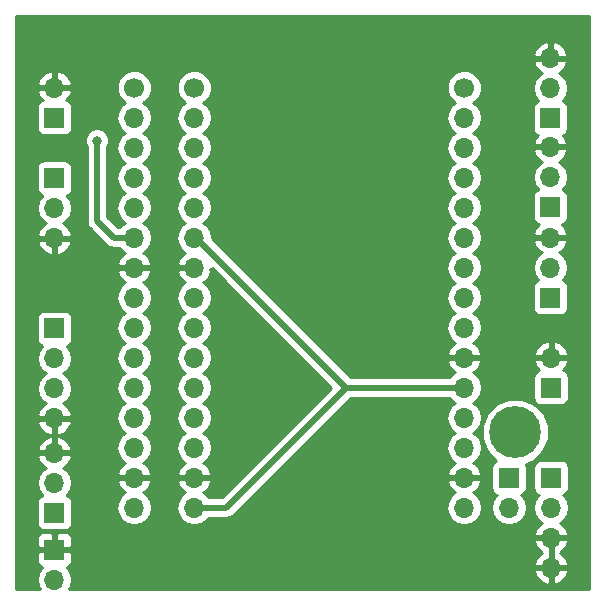
<source format=gbl>
G04 #@! TF.FileFunction,Copper,L2,Bot,Signal*
%FSLAX46Y46*%
G04 Gerber Fmt 4.6, Leading zero omitted, Abs format (unit mm)*
G04 Created by KiCad (PCBNEW 4.0.7) date Sun Nov  5 18:25:08 2017*
%MOMM*%
%LPD*%
G01*
G04 APERTURE LIST*
%ADD10C,0.100000*%
%ADD11O,1.700000X1.700000*%
%ADD12C,1.700000*%
%ADD13C,4.400000*%
%ADD14R,1.700000X1.700000*%
%ADD15C,0.800000*%
%ADD16C,0.500000*%
%ADD17C,0.254000*%
G04 APERTURE END LIST*
D10*
D11*
X10750000Y-9342000D03*
X10750000Y-24582000D03*
X10750000Y-29662000D03*
X10750000Y-19502000D03*
X10750000Y-11882000D03*
X10750000Y-42362000D03*
X10750000Y-27122000D03*
X10750000Y-37282000D03*
X10750000Y-32202000D03*
X10750000Y-34742000D03*
D12*
X10750000Y-6802000D03*
D11*
X10750000Y-16962000D03*
X10750000Y-22042000D03*
X10750000Y-14422000D03*
X10750000Y-39822000D03*
D12*
X38690000Y-6802000D03*
D11*
X38690000Y-9342000D03*
X38690000Y-11882000D03*
X38690000Y-14422000D03*
X38690000Y-16962000D03*
X38690000Y-19502000D03*
X38690000Y-22042000D03*
X38690000Y-24582000D03*
X38690000Y-27122000D03*
X38690000Y-29662000D03*
X38690000Y-32202000D03*
X38690000Y-34742000D03*
X38690000Y-37282000D03*
X38690000Y-39822000D03*
X38690000Y-42362000D03*
X15830000Y-39822000D03*
X15830000Y-14422000D03*
X15830000Y-22042000D03*
X15830000Y-16962000D03*
D12*
X15830000Y-6802000D03*
D11*
X15830000Y-34742000D03*
X15830000Y-32202000D03*
X15830000Y-37282000D03*
X15830000Y-27122000D03*
X15830000Y-42362000D03*
X15830000Y-11882000D03*
X15830000Y-19502000D03*
X15830000Y-29662000D03*
X15830000Y-24582000D03*
X15830000Y-9342000D03*
D13*
X43000000Y-36000000D03*
D14*
X4000000Y-42800000D03*
D11*
X4000000Y-40260000D03*
X4000000Y-37720000D03*
D14*
X46040000Y-39820000D03*
D11*
X46040000Y-42360000D03*
X46040000Y-44900000D03*
X46040000Y-47440000D03*
X45989200Y-4310800D03*
X45989200Y-6850800D03*
D14*
X45989200Y-9390800D03*
X45989200Y-24580000D03*
D11*
X45989200Y-22040000D03*
X45989200Y-19500000D03*
X4000000Y-19540000D03*
X4000000Y-17000000D03*
D14*
X4000000Y-14460000D03*
X45989200Y-16909200D03*
D11*
X45989200Y-14369200D03*
X45989200Y-11829200D03*
X42484000Y-42360000D03*
D14*
X42484000Y-39820000D03*
X46040000Y-32200000D03*
D11*
X46040000Y-29660000D03*
X4000000Y-6800000D03*
D14*
X4000000Y-9340000D03*
X4000000Y-45916000D03*
D11*
X4000000Y-48456000D03*
D14*
X4000000Y-27193000D03*
D11*
X4000000Y-29733000D03*
X4000000Y-32273000D03*
X4000000Y-34813000D03*
D15*
X7600000Y-11300000D03*
D16*
X15830000Y-19502000D02*
X15998000Y-19502000D01*
X15998000Y-19502000D02*
X28698000Y-32202000D01*
X38690000Y-32202000D02*
X28698000Y-32202000D01*
X18538000Y-42362000D02*
X15830000Y-42362000D01*
X28698000Y-32202000D02*
X18538000Y-42362000D01*
X10750000Y-19502000D02*
X9002000Y-19502000D01*
X7600000Y-18100000D02*
X7600000Y-11300000D01*
X9002000Y-19502000D02*
X7600000Y-18100000D01*
D17*
G36*
X49265000Y-49265000D02*
X5240214Y-49265000D01*
X5401054Y-49024285D01*
X5514093Y-48456000D01*
X5401054Y-47887715D01*
X5340367Y-47796890D01*
X44598524Y-47796890D01*
X44768355Y-48206924D01*
X45158642Y-48635183D01*
X45683108Y-48881486D01*
X45913000Y-48760819D01*
X45913000Y-47567000D01*
X46167000Y-47567000D01*
X46167000Y-48760819D01*
X46396892Y-48881486D01*
X46921358Y-48635183D01*
X47311645Y-48206924D01*
X47481476Y-47796890D01*
X47360155Y-47567000D01*
X46167000Y-47567000D01*
X45913000Y-47567000D01*
X44719845Y-47567000D01*
X44598524Y-47796890D01*
X5340367Y-47796890D01*
X5079147Y-47405946D01*
X5035223Y-47376597D01*
X5209698Y-47304327D01*
X5388327Y-47125699D01*
X5485000Y-46892310D01*
X5485000Y-46201750D01*
X5326250Y-46043000D01*
X4127000Y-46043000D01*
X4127000Y-46063000D01*
X3873000Y-46063000D01*
X3873000Y-46043000D01*
X2673750Y-46043000D01*
X2515000Y-46201750D01*
X2515000Y-46892310D01*
X2611673Y-47125699D01*
X2790302Y-47304327D01*
X2964777Y-47376597D01*
X2920853Y-47405946D01*
X2598946Y-47887715D01*
X2485907Y-48456000D01*
X2598946Y-49024285D01*
X2759786Y-49265000D01*
X735000Y-49265000D01*
X735000Y-44939690D01*
X2515000Y-44939690D01*
X2515000Y-45630250D01*
X2673750Y-45789000D01*
X3873000Y-45789000D01*
X3873000Y-44589750D01*
X4127000Y-44589750D01*
X4127000Y-45789000D01*
X5326250Y-45789000D01*
X5485000Y-45630250D01*
X5485000Y-45256890D01*
X44598524Y-45256890D01*
X44768355Y-45666924D01*
X45158642Y-46095183D01*
X45317954Y-46170000D01*
X45158642Y-46244817D01*
X44768355Y-46673076D01*
X44598524Y-47083110D01*
X44719845Y-47313000D01*
X45913000Y-47313000D01*
X45913000Y-45027000D01*
X46167000Y-45027000D01*
X46167000Y-47313000D01*
X47360155Y-47313000D01*
X47481476Y-47083110D01*
X47311645Y-46673076D01*
X46921358Y-46244817D01*
X46762046Y-46170000D01*
X46921358Y-46095183D01*
X47311645Y-45666924D01*
X47481476Y-45256890D01*
X47360155Y-45027000D01*
X46167000Y-45027000D01*
X45913000Y-45027000D01*
X44719845Y-45027000D01*
X44598524Y-45256890D01*
X5485000Y-45256890D01*
X5485000Y-44939690D01*
X5388327Y-44706301D01*
X5209698Y-44527673D01*
X4976309Y-44431000D01*
X4285750Y-44431000D01*
X4127000Y-44589750D01*
X3873000Y-44589750D01*
X3714250Y-44431000D01*
X3023691Y-44431000D01*
X2790302Y-44527673D01*
X2611673Y-44706301D01*
X2515000Y-44939690D01*
X735000Y-44939690D01*
X735000Y-40260000D01*
X2485907Y-40260000D01*
X2598946Y-40828285D01*
X2920853Y-41310054D01*
X2962452Y-41337850D01*
X2914683Y-41346838D01*
X2698559Y-41485910D01*
X2553569Y-41698110D01*
X2502560Y-41950000D01*
X2502560Y-43650000D01*
X2546838Y-43885317D01*
X2685910Y-44101441D01*
X2898110Y-44246431D01*
X3150000Y-44297440D01*
X4850000Y-44297440D01*
X5085317Y-44253162D01*
X5301441Y-44114090D01*
X5446431Y-43901890D01*
X5497440Y-43650000D01*
X5497440Y-42362000D01*
X9235907Y-42362000D01*
X9348946Y-42930285D01*
X9670853Y-43412054D01*
X10152622Y-43733961D01*
X10720907Y-43847000D01*
X10779093Y-43847000D01*
X11347378Y-43733961D01*
X11829147Y-43412054D01*
X12151054Y-42930285D01*
X12264093Y-42362000D01*
X12151054Y-41793715D01*
X11829147Y-41311946D01*
X11488447Y-41084298D01*
X11631358Y-41017183D01*
X12021645Y-40588924D01*
X12191476Y-40178890D01*
X12070155Y-39949000D01*
X10877000Y-39949000D01*
X10877000Y-39969000D01*
X10623000Y-39969000D01*
X10623000Y-39949000D01*
X9429845Y-39949000D01*
X9308524Y-40178890D01*
X9478355Y-40588924D01*
X9868642Y-41017183D01*
X10011553Y-41084298D01*
X9670853Y-41311946D01*
X9348946Y-41793715D01*
X9235907Y-42362000D01*
X5497440Y-42362000D01*
X5497440Y-41950000D01*
X5453162Y-41714683D01*
X5314090Y-41498559D01*
X5101890Y-41353569D01*
X5034459Y-41339914D01*
X5079147Y-41310054D01*
X5401054Y-40828285D01*
X5514093Y-40260000D01*
X5401054Y-39691715D01*
X5079147Y-39209946D01*
X4738447Y-38982298D01*
X4881358Y-38915183D01*
X5271645Y-38486924D01*
X5441476Y-38076890D01*
X5320155Y-37847000D01*
X4127000Y-37847000D01*
X4127000Y-37867000D01*
X3873000Y-37867000D01*
X3873000Y-37847000D01*
X2679845Y-37847000D01*
X2558524Y-38076890D01*
X2728355Y-38486924D01*
X3118642Y-38915183D01*
X3261553Y-38982298D01*
X2920853Y-39209946D01*
X2598946Y-39691715D01*
X2485907Y-40260000D01*
X735000Y-40260000D01*
X735000Y-37363110D01*
X2558524Y-37363110D01*
X2679845Y-37593000D01*
X3873000Y-37593000D01*
X3873000Y-36399181D01*
X4127000Y-36399181D01*
X4127000Y-37593000D01*
X5320155Y-37593000D01*
X5441476Y-37363110D01*
X5271645Y-36953076D01*
X4881358Y-36524817D01*
X4356892Y-36278514D01*
X4127000Y-36399181D01*
X3873000Y-36399181D01*
X3643108Y-36278514D01*
X3118642Y-36524817D01*
X2728355Y-36953076D01*
X2558524Y-37363110D01*
X735000Y-37363110D01*
X735000Y-35169890D01*
X2558524Y-35169890D01*
X2728355Y-35579924D01*
X3118642Y-36008183D01*
X3643108Y-36254486D01*
X3873000Y-36133819D01*
X3873000Y-34940000D01*
X4127000Y-34940000D01*
X4127000Y-36133819D01*
X4356892Y-36254486D01*
X4881358Y-36008183D01*
X5271645Y-35579924D01*
X5441476Y-35169890D01*
X5320155Y-34940000D01*
X4127000Y-34940000D01*
X3873000Y-34940000D01*
X2679845Y-34940000D01*
X2558524Y-35169890D01*
X735000Y-35169890D01*
X735000Y-29733000D01*
X2485907Y-29733000D01*
X2598946Y-30301285D01*
X2920853Y-30783054D01*
X3250026Y-31003000D01*
X2920853Y-31222946D01*
X2598946Y-31704715D01*
X2485907Y-32273000D01*
X2598946Y-32841285D01*
X2920853Y-33323054D01*
X3261553Y-33550702D01*
X3118642Y-33617817D01*
X2728355Y-34046076D01*
X2558524Y-34456110D01*
X2679845Y-34686000D01*
X3873000Y-34686000D01*
X3873000Y-34666000D01*
X4127000Y-34666000D01*
X4127000Y-34686000D01*
X5320155Y-34686000D01*
X5441476Y-34456110D01*
X5271645Y-34046076D01*
X4881358Y-33617817D01*
X4738447Y-33550702D01*
X5079147Y-33323054D01*
X5401054Y-32841285D01*
X5514093Y-32273000D01*
X5401054Y-31704715D01*
X5079147Y-31222946D01*
X4749974Y-31003000D01*
X5079147Y-30783054D01*
X5401054Y-30301285D01*
X5514093Y-29733000D01*
X5401054Y-29164715D01*
X5079147Y-28682946D01*
X5037548Y-28655150D01*
X5085317Y-28646162D01*
X5301441Y-28507090D01*
X5446431Y-28294890D01*
X5497440Y-28043000D01*
X5497440Y-26343000D01*
X5453162Y-26107683D01*
X5314090Y-25891559D01*
X5101890Y-25746569D01*
X4850000Y-25695560D01*
X3150000Y-25695560D01*
X2914683Y-25739838D01*
X2698559Y-25878910D01*
X2553569Y-26091110D01*
X2502560Y-26343000D01*
X2502560Y-28043000D01*
X2546838Y-28278317D01*
X2685910Y-28494441D01*
X2898110Y-28639431D01*
X2965541Y-28653086D01*
X2920853Y-28682946D01*
X2598946Y-29164715D01*
X2485907Y-29733000D01*
X735000Y-29733000D01*
X735000Y-24582000D01*
X9235907Y-24582000D01*
X9348946Y-25150285D01*
X9670853Y-25632054D01*
X10000026Y-25852000D01*
X9670853Y-26071946D01*
X9348946Y-26553715D01*
X9235907Y-27122000D01*
X9348946Y-27690285D01*
X9670853Y-28172054D01*
X10000026Y-28392000D01*
X9670853Y-28611946D01*
X9348946Y-29093715D01*
X9235907Y-29662000D01*
X9348946Y-30230285D01*
X9670853Y-30712054D01*
X10000026Y-30932000D01*
X9670853Y-31151946D01*
X9348946Y-31633715D01*
X9235907Y-32202000D01*
X9348946Y-32770285D01*
X9670853Y-33252054D01*
X10000026Y-33472000D01*
X9670853Y-33691946D01*
X9348946Y-34173715D01*
X9235907Y-34742000D01*
X9348946Y-35310285D01*
X9670853Y-35792054D01*
X10000026Y-36012000D01*
X9670853Y-36231946D01*
X9348946Y-36713715D01*
X9235907Y-37282000D01*
X9348946Y-37850285D01*
X9670853Y-38332054D01*
X10011553Y-38559702D01*
X9868642Y-38626817D01*
X9478355Y-39055076D01*
X9308524Y-39465110D01*
X9429845Y-39695000D01*
X10623000Y-39695000D01*
X10623000Y-39675000D01*
X10877000Y-39675000D01*
X10877000Y-39695000D01*
X12070155Y-39695000D01*
X12191476Y-39465110D01*
X12021645Y-39055076D01*
X11631358Y-38626817D01*
X11488447Y-38559702D01*
X11829147Y-38332054D01*
X12151054Y-37850285D01*
X12264093Y-37282000D01*
X12151054Y-36713715D01*
X11829147Y-36231946D01*
X11499974Y-36012000D01*
X11829147Y-35792054D01*
X12151054Y-35310285D01*
X12264093Y-34742000D01*
X12151054Y-34173715D01*
X11829147Y-33691946D01*
X11499974Y-33472000D01*
X11829147Y-33252054D01*
X12151054Y-32770285D01*
X12264093Y-32202000D01*
X12151054Y-31633715D01*
X11829147Y-31151946D01*
X11499974Y-30932000D01*
X11829147Y-30712054D01*
X12151054Y-30230285D01*
X12264093Y-29662000D01*
X12151054Y-29093715D01*
X11829147Y-28611946D01*
X11499974Y-28392000D01*
X11829147Y-28172054D01*
X12151054Y-27690285D01*
X12264093Y-27122000D01*
X12151054Y-26553715D01*
X11829147Y-26071946D01*
X11499974Y-25852000D01*
X11829147Y-25632054D01*
X12151054Y-25150285D01*
X12264093Y-24582000D01*
X12151054Y-24013715D01*
X11829147Y-23531946D01*
X11488447Y-23304298D01*
X11631358Y-23237183D01*
X12021645Y-22808924D01*
X12191476Y-22398890D01*
X12070155Y-22169000D01*
X10877000Y-22169000D01*
X10877000Y-22189000D01*
X10623000Y-22189000D01*
X10623000Y-22169000D01*
X9429845Y-22169000D01*
X9308524Y-22398890D01*
X9478355Y-22808924D01*
X9868642Y-23237183D01*
X10011553Y-23304298D01*
X9670853Y-23531946D01*
X9348946Y-24013715D01*
X9235907Y-24582000D01*
X735000Y-24582000D01*
X735000Y-19896890D01*
X2558524Y-19896890D01*
X2728355Y-20306924D01*
X3118642Y-20735183D01*
X3643108Y-20981486D01*
X3873000Y-20860819D01*
X3873000Y-19667000D01*
X4127000Y-19667000D01*
X4127000Y-20860819D01*
X4356892Y-20981486D01*
X4881358Y-20735183D01*
X5271645Y-20306924D01*
X5441476Y-19896890D01*
X5320155Y-19667000D01*
X4127000Y-19667000D01*
X3873000Y-19667000D01*
X2679845Y-19667000D01*
X2558524Y-19896890D01*
X735000Y-19896890D01*
X735000Y-17000000D01*
X2485907Y-17000000D01*
X2598946Y-17568285D01*
X2920853Y-18050054D01*
X3261553Y-18277702D01*
X3118642Y-18344817D01*
X2728355Y-18773076D01*
X2558524Y-19183110D01*
X2679845Y-19413000D01*
X3873000Y-19413000D01*
X3873000Y-19393000D01*
X4127000Y-19393000D01*
X4127000Y-19413000D01*
X5320155Y-19413000D01*
X5441476Y-19183110D01*
X5271645Y-18773076D01*
X4881358Y-18344817D01*
X4738447Y-18277702D01*
X5079147Y-18050054D01*
X5401054Y-17568285D01*
X5514093Y-17000000D01*
X5401054Y-16431715D01*
X5079147Y-15949946D01*
X5037548Y-15922150D01*
X5085317Y-15913162D01*
X5301441Y-15774090D01*
X5446431Y-15561890D01*
X5497440Y-15310000D01*
X5497440Y-13610000D01*
X5453162Y-13374683D01*
X5314090Y-13158559D01*
X5101890Y-13013569D01*
X4850000Y-12962560D01*
X3150000Y-12962560D01*
X2914683Y-13006838D01*
X2698559Y-13145910D01*
X2553569Y-13358110D01*
X2502560Y-13610000D01*
X2502560Y-15310000D01*
X2546838Y-15545317D01*
X2685910Y-15761441D01*
X2898110Y-15906431D01*
X2965541Y-15920086D01*
X2920853Y-15949946D01*
X2598946Y-16431715D01*
X2485907Y-17000000D01*
X735000Y-17000000D01*
X735000Y-11504971D01*
X6564821Y-11504971D01*
X6715000Y-11868433D01*
X6715000Y-18099995D01*
X6714999Y-18100000D01*
X6755741Y-18304817D01*
X6782367Y-18438675D01*
X6946532Y-18684367D01*
X6974210Y-18725790D01*
X8376208Y-20127787D01*
X8376210Y-20127790D01*
X8584440Y-20266924D01*
X8663325Y-20319633D01*
X9002000Y-20387000D01*
X9560568Y-20387000D01*
X9670853Y-20552054D01*
X10011553Y-20779702D01*
X9868642Y-20846817D01*
X9478355Y-21275076D01*
X9308524Y-21685110D01*
X9429845Y-21915000D01*
X10623000Y-21915000D01*
X10623000Y-21895000D01*
X10877000Y-21895000D01*
X10877000Y-21915000D01*
X12070155Y-21915000D01*
X12191476Y-21685110D01*
X12021645Y-21275076D01*
X11631358Y-20846817D01*
X11488447Y-20779702D01*
X11829147Y-20552054D01*
X12151054Y-20070285D01*
X12264093Y-19502000D01*
X12151054Y-18933715D01*
X11829147Y-18451946D01*
X11499974Y-18232000D01*
X11829147Y-18012054D01*
X12151054Y-17530285D01*
X12264093Y-16962000D01*
X12151054Y-16393715D01*
X11829147Y-15911946D01*
X11499974Y-15692000D01*
X11829147Y-15472054D01*
X12151054Y-14990285D01*
X12264093Y-14422000D01*
X12151054Y-13853715D01*
X11829147Y-13371946D01*
X11499974Y-13152000D01*
X11829147Y-12932054D01*
X12151054Y-12450285D01*
X12264093Y-11882000D01*
X12151054Y-11313715D01*
X11829147Y-10831946D01*
X11499974Y-10612000D01*
X11829147Y-10392054D01*
X12151054Y-9910285D01*
X12264093Y-9342000D01*
X14315907Y-9342000D01*
X14428946Y-9910285D01*
X14750853Y-10392054D01*
X15080026Y-10612000D01*
X14750853Y-10831946D01*
X14428946Y-11313715D01*
X14315907Y-11882000D01*
X14428946Y-12450285D01*
X14750853Y-12932054D01*
X15080026Y-13152000D01*
X14750853Y-13371946D01*
X14428946Y-13853715D01*
X14315907Y-14422000D01*
X14428946Y-14990285D01*
X14750853Y-15472054D01*
X15080026Y-15692000D01*
X14750853Y-15911946D01*
X14428946Y-16393715D01*
X14315907Y-16962000D01*
X14428946Y-17530285D01*
X14750853Y-18012054D01*
X15080026Y-18232000D01*
X14750853Y-18451946D01*
X14428946Y-18933715D01*
X14315907Y-19502000D01*
X14428946Y-20070285D01*
X14750853Y-20552054D01*
X15091553Y-20779702D01*
X14948642Y-20846817D01*
X14558355Y-21275076D01*
X14388524Y-21685110D01*
X14509845Y-21915000D01*
X15703000Y-21915000D01*
X15703000Y-21895000D01*
X15957000Y-21895000D01*
X15957000Y-21915000D01*
X15977000Y-21915000D01*
X15977000Y-22169000D01*
X15957000Y-22169000D01*
X15957000Y-22189000D01*
X15703000Y-22189000D01*
X15703000Y-22169000D01*
X14509845Y-22169000D01*
X14388524Y-22398890D01*
X14558355Y-22808924D01*
X14948642Y-23237183D01*
X15091553Y-23304298D01*
X14750853Y-23531946D01*
X14428946Y-24013715D01*
X14315907Y-24582000D01*
X14428946Y-25150285D01*
X14750853Y-25632054D01*
X15080026Y-25852000D01*
X14750853Y-26071946D01*
X14428946Y-26553715D01*
X14315907Y-27122000D01*
X14428946Y-27690285D01*
X14750853Y-28172054D01*
X15080026Y-28392000D01*
X14750853Y-28611946D01*
X14428946Y-29093715D01*
X14315907Y-29662000D01*
X14428946Y-30230285D01*
X14750853Y-30712054D01*
X15080026Y-30932000D01*
X14750853Y-31151946D01*
X14428946Y-31633715D01*
X14315907Y-32202000D01*
X14428946Y-32770285D01*
X14750853Y-33252054D01*
X15080026Y-33472000D01*
X14750853Y-33691946D01*
X14428946Y-34173715D01*
X14315907Y-34742000D01*
X14428946Y-35310285D01*
X14750853Y-35792054D01*
X15080026Y-36012000D01*
X14750853Y-36231946D01*
X14428946Y-36713715D01*
X14315907Y-37282000D01*
X14428946Y-37850285D01*
X14750853Y-38332054D01*
X15091553Y-38559702D01*
X14948642Y-38626817D01*
X14558355Y-39055076D01*
X14388524Y-39465110D01*
X14509845Y-39695000D01*
X15703000Y-39695000D01*
X15703000Y-39675000D01*
X15957000Y-39675000D01*
X15957000Y-39695000D01*
X17150155Y-39695000D01*
X17271476Y-39465110D01*
X17101645Y-39055076D01*
X16711358Y-38626817D01*
X16568447Y-38559702D01*
X16909147Y-38332054D01*
X17231054Y-37850285D01*
X17344093Y-37282000D01*
X17231054Y-36713715D01*
X16909147Y-36231946D01*
X16579974Y-36012000D01*
X16909147Y-35792054D01*
X17231054Y-35310285D01*
X17344093Y-34742000D01*
X17231054Y-34173715D01*
X16909147Y-33691946D01*
X16579974Y-33472000D01*
X16909147Y-33252054D01*
X17231054Y-32770285D01*
X17344093Y-32202000D01*
X17231054Y-31633715D01*
X16909147Y-31151946D01*
X16579974Y-30932000D01*
X16909147Y-30712054D01*
X17231054Y-30230285D01*
X17344093Y-29662000D01*
X17231054Y-29093715D01*
X16909147Y-28611946D01*
X16579974Y-28392000D01*
X16909147Y-28172054D01*
X17231054Y-27690285D01*
X17344093Y-27122000D01*
X17231054Y-26553715D01*
X16909147Y-26071946D01*
X16579974Y-25852000D01*
X16909147Y-25632054D01*
X17231054Y-25150285D01*
X17344093Y-24582000D01*
X17231054Y-24013715D01*
X16909147Y-23531946D01*
X16568447Y-23304298D01*
X16711358Y-23237183D01*
X17101645Y-22808924D01*
X17271476Y-22398890D01*
X17150156Y-22169002D01*
X17315000Y-22169002D01*
X17315000Y-22070579D01*
X27446421Y-32202000D01*
X18171420Y-41477000D01*
X17019432Y-41477000D01*
X16909147Y-41311946D01*
X16568447Y-41084298D01*
X16711358Y-41017183D01*
X17101645Y-40588924D01*
X17271476Y-40178890D01*
X17150155Y-39949000D01*
X15957000Y-39949000D01*
X15957000Y-39969000D01*
X15703000Y-39969000D01*
X15703000Y-39949000D01*
X14509845Y-39949000D01*
X14388524Y-40178890D01*
X14558355Y-40588924D01*
X14948642Y-41017183D01*
X15091553Y-41084298D01*
X14750853Y-41311946D01*
X14428946Y-41793715D01*
X14315907Y-42362000D01*
X14428946Y-42930285D01*
X14750853Y-43412054D01*
X15232622Y-43733961D01*
X15800907Y-43847000D01*
X15859093Y-43847000D01*
X16427378Y-43733961D01*
X16909147Y-43412054D01*
X17019432Y-43247000D01*
X18537995Y-43247000D01*
X18538000Y-43247001D01*
X18820484Y-43190810D01*
X18876675Y-43179633D01*
X19163790Y-42987790D01*
X19789579Y-42362000D01*
X37175907Y-42362000D01*
X37288946Y-42930285D01*
X37610853Y-43412054D01*
X38092622Y-43733961D01*
X38660907Y-43847000D01*
X38719093Y-43847000D01*
X39287378Y-43733961D01*
X39769147Y-43412054D01*
X40091054Y-42930285D01*
X40204093Y-42362000D01*
X40091054Y-41793715D01*
X39769147Y-41311946D01*
X39428447Y-41084298D01*
X39571358Y-41017183D01*
X39961645Y-40588924D01*
X40131476Y-40178890D01*
X40010155Y-39949000D01*
X38817000Y-39949000D01*
X38817000Y-39969000D01*
X38563000Y-39969000D01*
X38563000Y-39949000D01*
X37369845Y-39949000D01*
X37248524Y-40178890D01*
X37418355Y-40588924D01*
X37808642Y-41017183D01*
X37951553Y-41084298D01*
X37610853Y-41311946D01*
X37288946Y-41793715D01*
X37175907Y-42362000D01*
X19789579Y-42362000D01*
X29064579Y-33087000D01*
X37500568Y-33087000D01*
X37610853Y-33252054D01*
X37940026Y-33472000D01*
X37610853Y-33691946D01*
X37288946Y-34173715D01*
X37175907Y-34742000D01*
X37288946Y-35310285D01*
X37610853Y-35792054D01*
X37940026Y-36012000D01*
X37610853Y-36231946D01*
X37288946Y-36713715D01*
X37175907Y-37282000D01*
X37288946Y-37850285D01*
X37610853Y-38332054D01*
X37951553Y-38559702D01*
X37808642Y-38626817D01*
X37418355Y-39055076D01*
X37248524Y-39465110D01*
X37369845Y-39695000D01*
X38563000Y-39695000D01*
X38563000Y-39675000D01*
X38817000Y-39675000D01*
X38817000Y-39695000D01*
X40010155Y-39695000D01*
X40131476Y-39465110D01*
X39961645Y-39055076D01*
X39571358Y-38626817D01*
X39428447Y-38559702D01*
X39769147Y-38332054D01*
X40091054Y-37850285D01*
X40204093Y-37282000D01*
X40091054Y-36713715D01*
X39989309Y-36561442D01*
X40164509Y-36561442D01*
X40595202Y-37603801D01*
X41373248Y-38383205D01*
X41182559Y-38505910D01*
X41037569Y-38718110D01*
X40986560Y-38970000D01*
X40986560Y-40670000D01*
X41030838Y-40905317D01*
X41169910Y-41121441D01*
X41382110Y-41266431D01*
X41449541Y-41280086D01*
X41404853Y-41309946D01*
X41082946Y-41791715D01*
X40969907Y-42360000D01*
X41082946Y-42928285D01*
X41404853Y-43410054D01*
X41886622Y-43731961D01*
X42454907Y-43845000D01*
X42513093Y-43845000D01*
X43081378Y-43731961D01*
X43563147Y-43410054D01*
X43885054Y-42928285D01*
X43998093Y-42360000D01*
X44525907Y-42360000D01*
X44638946Y-42928285D01*
X44960853Y-43410054D01*
X45301553Y-43637702D01*
X45158642Y-43704817D01*
X44768355Y-44133076D01*
X44598524Y-44543110D01*
X44719845Y-44773000D01*
X45913000Y-44773000D01*
X45913000Y-44753000D01*
X46167000Y-44753000D01*
X46167000Y-44773000D01*
X47360155Y-44773000D01*
X47481476Y-44543110D01*
X47311645Y-44133076D01*
X46921358Y-43704817D01*
X46778447Y-43637702D01*
X47119147Y-43410054D01*
X47441054Y-42928285D01*
X47554093Y-42360000D01*
X47441054Y-41791715D01*
X47119147Y-41309946D01*
X47077548Y-41282150D01*
X47125317Y-41273162D01*
X47341441Y-41134090D01*
X47486431Y-40921890D01*
X47537440Y-40670000D01*
X47537440Y-38970000D01*
X47493162Y-38734683D01*
X47354090Y-38518559D01*
X47141890Y-38373569D01*
X46890000Y-38322560D01*
X45190000Y-38322560D01*
X44954683Y-38366838D01*
X44738559Y-38505910D01*
X44593569Y-38718110D01*
X44542560Y-38970000D01*
X44542560Y-40670000D01*
X44586838Y-40905317D01*
X44725910Y-41121441D01*
X44938110Y-41266431D01*
X45005541Y-41280086D01*
X44960853Y-41309946D01*
X44638946Y-41791715D01*
X44525907Y-42360000D01*
X43998093Y-42360000D01*
X43885054Y-41791715D01*
X43563147Y-41309946D01*
X43521548Y-41282150D01*
X43569317Y-41273162D01*
X43785441Y-41134090D01*
X43930431Y-40921890D01*
X43981440Y-40670000D01*
X43981440Y-38970000D01*
X43937162Y-38734683D01*
X43909491Y-38691681D01*
X44603801Y-38404798D01*
X45401995Y-37607995D01*
X45834507Y-36566390D01*
X45835491Y-35438558D01*
X45404798Y-34396199D01*
X44607995Y-33598005D01*
X43566390Y-33165493D01*
X42438558Y-33164509D01*
X41396199Y-33595202D01*
X40598005Y-34392005D01*
X40165493Y-35433610D01*
X40164509Y-36561442D01*
X39989309Y-36561442D01*
X39769147Y-36231946D01*
X39439974Y-36012000D01*
X39769147Y-35792054D01*
X40091054Y-35310285D01*
X40204093Y-34742000D01*
X40091054Y-34173715D01*
X39769147Y-33691946D01*
X39439974Y-33472000D01*
X39769147Y-33252054D01*
X40091054Y-32770285D01*
X40204093Y-32202000D01*
X40091054Y-31633715D01*
X39901483Y-31350000D01*
X44542560Y-31350000D01*
X44542560Y-33050000D01*
X44586838Y-33285317D01*
X44725910Y-33501441D01*
X44938110Y-33646431D01*
X45190000Y-33697440D01*
X46890000Y-33697440D01*
X47125317Y-33653162D01*
X47341441Y-33514090D01*
X47486431Y-33301890D01*
X47537440Y-33050000D01*
X47537440Y-31350000D01*
X47493162Y-31114683D01*
X47354090Y-30898559D01*
X47141890Y-30753569D01*
X47033893Y-30731699D01*
X47311645Y-30426924D01*
X47481476Y-30016890D01*
X47360155Y-29787000D01*
X46167000Y-29787000D01*
X46167000Y-29807000D01*
X45913000Y-29807000D01*
X45913000Y-29787000D01*
X44719845Y-29787000D01*
X44598524Y-30016890D01*
X44768355Y-30426924D01*
X45044501Y-30729937D01*
X44954683Y-30746838D01*
X44738559Y-30885910D01*
X44593569Y-31098110D01*
X44542560Y-31350000D01*
X39901483Y-31350000D01*
X39769147Y-31151946D01*
X39428447Y-30924298D01*
X39571358Y-30857183D01*
X39961645Y-30428924D01*
X40131476Y-30018890D01*
X40010155Y-29789000D01*
X38817000Y-29789000D01*
X38817000Y-29809000D01*
X38563000Y-29809000D01*
X38563000Y-29789000D01*
X37369845Y-29789000D01*
X37248524Y-30018890D01*
X37418355Y-30428924D01*
X37808642Y-30857183D01*
X37951553Y-30924298D01*
X37610853Y-31151946D01*
X37500568Y-31317000D01*
X29064579Y-31317000D01*
X17328412Y-19580832D01*
X17344093Y-19502000D01*
X17231054Y-18933715D01*
X16909147Y-18451946D01*
X16579974Y-18232000D01*
X16909147Y-18012054D01*
X17231054Y-17530285D01*
X17344093Y-16962000D01*
X17231054Y-16393715D01*
X16909147Y-15911946D01*
X16579974Y-15692000D01*
X16909147Y-15472054D01*
X17231054Y-14990285D01*
X17344093Y-14422000D01*
X17231054Y-13853715D01*
X16909147Y-13371946D01*
X16579974Y-13152000D01*
X16909147Y-12932054D01*
X17231054Y-12450285D01*
X17344093Y-11882000D01*
X17231054Y-11313715D01*
X16909147Y-10831946D01*
X16579974Y-10612000D01*
X16909147Y-10392054D01*
X17231054Y-9910285D01*
X17344093Y-9342000D01*
X37175907Y-9342000D01*
X37288946Y-9910285D01*
X37610853Y-10392054D01*
X37940026Y-10612000D01*
X37610853Y-10831946D01*
X37288946Y-11313715D01*
X37175907Y-11882000D01*
X37288946Y-12450285D01*
X37610853Y-12932054D01*
X37940026Y-13152000D01*
X37610853Y-13371946D01*
X37288946Y-13853715D01*
X37175907Y-14422000D01*
X37288946Y-14990285D01*
X37610853Y-15472054D01*
X37940026Y-15692000D01*
X37610853Y-15911946D01*
X37288946Y-16393715D01*
X37175907Y-16962000D01*
X37288946Y-17530285D01*
X37610853Y-18012054D01*
X37940026Y-18232000D01*
X37610853Y-18451946D01*
X37288946Y-18933715D01*
X37175907Y-19502000D01*
X37288946Y-20070285D01*
X37610853Y-20552054D01*
X37940026Y-20772000D01*
X37610853Y-20991946D01*
X37288946Y-21473715D01*
X37175907Y-22042000D01*
X37288946Y-22610285D01*
X37610853Y-23092054D01*
X37940026Y-23312000D01*
X37610853Y-23531946D01*
X37288946Y-24013715D01*
X37175907Y-24582000D01*
X37288946Y-25150285D01*
X37610853Y-25632054D01*
X37940026Y-25852000D01*
X37610853Y-26071946D01*
X37288946Y-26553715D01*
X37175907Y-27122000D01*
X37288946Y-27690285D01*
X37610853Y-28172054D01*
X37951553Y-28399702D01*
X37808642Y-28466817D01*
X37418355Y-28895076D01*
X37248524Y-29305110D01*
X37369845Y-29535000D01*
X38563000Y-29535000D01*
X38563000Y-29515000D01*
X38817000Y-29515000D01*
X38817000Y-29535000D01*
X40010155Y-29535000D01*
X40131476Y-29305110D01*
X40130648Y-29303110D01*
X44598524Y-29303110D01*
X44719845Y-29533000D01*
X45913000Y-29533000D01*
X45913000Y-28339181D01*
X46167000Y-28339181D01*
X46167000Y-29533000D01*
X47360155Y-29533000D01*
X47481476Y-29303110D01*
X47311645Y-28893076D01*
X46921358Y-28464817D01*
X46396892Y-28218514D01*
X46167000Y-28339181D01*
X45913000Y-28339181D01*
X45683108Y-28218514D01*
X45158642Y-28464817D01*
X44768355Y-28893076D01*
X44598524Y-29303110D01*
X40130648Y-29303110D01*
X39961645Y-28895076D01*
X39571358Y-28466817D01*
X39428447Y-28399702D01*
X39769147Y-28172054D01*
X40091054Y-27690285D01*
X40204093Y-27122000D01*
X40091054Y-26553715D01*
X39769147Y-26071946D01*
X39439974Y-25852000D01*
X39769147Y-25632054D01*
X40091054Y-25150285D01*
X40204093Y-24582000D01*
X40091054Y-24013715D01*
X39769147Y-23531946D01*
X39439974Y-23312000D01*
X39769147Y-23092054D01*
X40091054Y-22610285D01*
X40204093Y-22042000D01*
X40203696Y-22040000D01*
X44475107Y-22040000D01*
X44588146Y-22608285D01*
X44910053Y-23090054D01*
X44951652Y-23117850D01*
X44903883Y-23126838D01*
X44687759Y-23265910D01*
X44542769Y-23478110D01*
X44491760Y-23730000D01*
X44491760Y-25430000D01*
X44536038Y-25665317D01*
X44675110Y-25881441D01*
X44887310Y-26026431D01*
X45139200Y-26077440D01*
X46839200Y-26077440D01*
X47074517Y-26033162D01*
X47290641Y-25894090D01*
X47435631Y-25681890D01*
X47486640Y-25430000D01*
X47486640Y-23730000D01*
X47442362Y-23494683D01*
X47303290Y-23278559D01*
X47091090Y-23133569D01*
X47023659Y-23119914D01*
X47068347Y-23090054D01*
X47390254Y-22608285D01*
X47503293Y-22040000D01*
X47390254Y-21471715D01*
X47068347Y-20989946D01*
X46727647Y-20762298D01*
X46870558Y-20695183D01*
X47260845Y-20266924D01*
X47430676Y-19856890D01*
X47309355Y-19627000D01*
X46116200Y-19627000D01*
X46116200Y-19647000D01*
X45862200Y-19647000D01*
X45862200Y-19627000D01*
X44669045Y-19627000D01*
X44547724Y-19856890D01*
X44717555Y-20266924D01*
X45107842Y-20695183D01*
X45250753Y-20762298D01*
X44910053Y-20989946D01*
X44588146Y-21471715D01*
X44475107Y-22040000D01*
X40203696Y-22040000D01*
X40091054Y-21473715D01*
X39769147Y-20991946D01*
X39439974Y-20772000D01*
X39769147Y-20552054D01*
X40091054Y-20070285D01*
X40204093Y-19502000D01*
X40091054Y-18933715D01*
X39769147Y-18451946D01*
X39439974Y-18232000D01*
X39769147Y-18012054D01*
X40091054Y-17530285D01*
X40204093Y-16962000D01*
X40091054Y-16393715D01*
X39769147Y-15911946D01*
X39439974Y-15692000D01*
X39769147Y-15472054D01*
X40091054Y-14990285D01*
X40204093Y-14422000D01*
X40193591Y-14369200D01*
X44475107Y-14369200D01*
X44588146Y-14937485D01*
X44910053Y-15419254D01*
X44951652Y-15447050D01*
X44903883Y-15456038D01*
X44687759Y-15595110D01*
X44542769Y-15807310D01*
X44491760Y-16059200D01*
X44491760Y-17759200D01*
X44536038Y-17994517D01*
X44675110Y-18210641D01*
X44887310Y-18355631D01*
X45034390Y-18385415D01*
X44717555Y-18733076D01*
X44547724Y-19143110D01*
X44669045Y-19373000D01*
X45862200Y-19373000D01*
X45862200Y-19353000D01*
X46116200Y-19353000D01*
X46116200Y-19373000D01*
X47309355Y-19373000D01*
X47430676Y-19143110D01*
X47260845Y-18733076D01*
X46945179Y-18386699D01*
X47074517Y-18362362D01*
X47290641Y-18223290D01*
X47435631Y-18011090D01*
X47486640Y-17759200D01*
X47486640Y-16059200D01*
X47442362Y-15823883D01*
X47303290Y-15607759D01*
X47091090Y-15462769D01*
X47023659Y-15449114D01*
X47068347Y-15419254D01*
X47390254Y-14937485D01*
X47503293Y-14369200D01*
X47390254Y-13800915D01*
X47068347Y-13319146D01*
X46727647Y-13091498D01*
X46870558Y-13024383D01*
X47260845Y-12596124D01*
X47430676Y-12186090D01*
X47309355Y-11956200D01*
X46116200Y-11956200D01*
X46116200Y-11976200D01*
X45862200Y-11976200D01*
X45862200Y-11956200D01*
X44669045Y-11956200D01*
X44547724Y-12186090D01*
X44717555Y-12596124D01*
X45107842Y-13024383D01*
X45250753Y-13091498D01*
X44910053Y-13319146D01*
X44588146Y-13800915D01*
X44475107Y-14369200D01*
X40193591Y-14369200D01*
X40091054Y-13853715D01*
X39769147Y-13371946D01*
X39439974Y-13152000D01*
X39769147Y-12932054D01*
X40091054Y-12450285D01*
X40204093Y-11882000D01*
X40091054Y-11313715D01*
X39769147Y-10831946D01*
X39439974Y-10612000D01*
X39769147Y-10392054D01*
X40091054Y-9910285D01*
X40204093Y-9342000D01*
X40091054Y-8773715D01*
X39769147Y-8291946D01*
X39464840Y-8088615D01*
X39530086Y-8061656D01*
X39948188Y-7644283D01*
X40174742Y-7098681D01*
X40174958Y-6850800D01*
X44475107Y-6850800D01*
X44588146Y-7419085D01*
X44910053Y-7900854D01*
X44951652Y-7928650D01*
X44903883Y-7937638D01*
X44687759Y-8076710D01*
X44542769Y-8288910D01*
X44491760Y-8540800D01*
X44491760Y-10240800D01*
X44536038Y-10476117D01*
X44675110Y-10692241D01*
X44887310Y-10837231D01*
X44917141Y-10843272D01*
X44717555Y-11062276D01*
X44547724Y-11472310D01*
X44669045Y-11702200D01*
X45862200Y-11702200D01*
X45862200Y-11682200D01*
X46116200Y-11682200D01*
X46116200Y-11702200D01*
X47309355Y-11702200D01*
X47430676Y-11472310D01*
X47260845Y-11062276D01*
X47063737Y-10845990D01*
X47074517Y-10843962D01*
X47290641Y-10704890D01*
X47435631Y-10492690D01*
X47486640Y-10240800D01*
X47486640Y-8540800D01*
X47442362Y-8305483D01*
X47303290Y-8089359D01*
X47091090Y-7944369D01*
X47023659Y-7930714D01*
X47068347Y-7900854D01*
X47390254Y-7419085D01*
X47503293Y-6850800D01*
X47390254Y-6282515D01*
X47068347Y-5800746D01*
X46727647Y-5573098D01*
X46870558Y-5505983D01*
X47260845Y-5077724D01*
X47430676Y-4667690D01*
X47309355Y-4437800D01*
X46116200Y-4437800D01*
X46116200Y-4457800D01*
X45862200Y-4457800D01*
X45862200Y-4437800D01*
X44669045Y-4437800D01*
X44547724Y-4667690D01*
X44717555Y-5077724D01*
X45107842Y-5505983D01*
X45250753Y-5573098D01*
X44910053Y-5800746D01*
X44588146Y-6282515D01*
X44475107Y-6850800D01*
X40174958Y-6850800D01*
X40175257Y-6507911D01*
X39949656Y-5961914D01*
X39532283Y-5543812D01*
X38986681Y-5317258D01*
X38395911Y-5316743D01*
X37849914Y-5542344D01*
X37431812Y-5959717D01*
X37205258Y-6505319D01*
X37204743Y-7096089D01*
X37430344Y-7642086D01*
X37847717Y-8060188D01*
X37915550Y-8088355D01*
X37610853Y-8291946D01*
X37288946Y-8773715D01*
X37175907Y-9342000D01*
X17344093Y-9342000D01*
X17231054Y-8773715D01*
X16909147Y-8291946D01*
X16604840Y-8088615D01*
X16670086Y-8061656D01*
X17088188Y-7644283D01*
X17314742Y-7098681D01*
X17315257Y-6507911D01*
X17089656Y-5961914D01*
X16672283Y-5543812D01*
X16126681Y-5317258D01*
X15535911Y-5316743D01*
X14989914Y-5542344D01*
X14571812Y-5959717D01*
X14345258Y-6505319D01*
X14344743Y-7096089D01*
X14570344Y-7642086D01*
X14987717Y-8060188D01*
X15055550Y-8088355D01*
X14750853Y-8291946D01*
X14428946Y-8773715D01*
X14315907Y-9342000D01*
X12264093Y-9342000D01*
X12151054Y-8773715D01*
X11829147Y-8291946D01*
X11524840Y-8088615D01*
X11590086Y-8061656D01*
X12008188Y-7644283D01*
X12234742Y-7098681D01*
X12235257Y-6507911D01*
X12009656Y-5961914D01*
X11592283Y-5543812D01*
X11046681Y-5317258D01*
X10455911Y-5316743D01*
X9909914Y-5542344D01*
X9491812Y-5959717D01*
X9265258Y-6505319D01*
X9264743Y-7096089D01*
X9490344Y-7642086D01*
X9907717Y-8060188D01*
X9975550Y-8088355D01*
X9670853Y-8291946D01*
X9348946Y-8773715D01*
X9235907Y-9342000D01*
X9348946Y-9910285D01*
X9670853Y-10392054D01*
X10000026Y-10612000D01*
X9670853Y-10831946D01*
X9348946Y-11313715D01*
X9235907Y-11882000D01*
X9348946Y-12450285D01*
X9670853Y-12932054D01*
X10000026Y-13152000D01*
X9670853Y-13371946D01*
X9348946Y-13853715D01*
X9235907Y-14422000D01*
X9348946Y-14990285D01*
X9670853Y-15472054D01*
X10000026Y-15692000D01*
X9670853Y-15911946D01*
X9348946Y-16393715D01*
X9235907Y-16962000D01*
X9348946Y-17530285D01*
X9670853Y-18012054D01*
X10000026Y-18232000D01*
X9670853Y-18451946D01*
X9560568Y-18617000D01*
X9368579Y-18617000D01*
X8485000Y-17733420D01*
X8485000Y-11867585D01*
X8634820Y-11506777D01*
X8635179Y-11095029D01*
X8477942Y-10714485D01*
X8187046Y-10423081D01*
X7806777Y-10265180D01*
X7395029Y-10264821D01*
X7014485Y-10422058D01*
X6723081Y-10712954D01*
X6565180Y-11093223D01*
X6564821Y-11504971D01*
X735000Y-11504971D01*
X735000Y-8490000D01*
X2502560Y-8490000D01*
X2502560Y-10190000D01*
X2546838Y-10425317D01*
X2685910Y-10641441D01*
X2898110Y-10786431D01*
X3150000Y-10837440D01*
X4850000Y-10837440D01*
X5085317Y-10793162D01*
X5301441Y-10654090D01*
X5446431Y-10441890D01*
X5497440Y-10190000D01*
X5497440Y-8490000D01*
X5453162Y-8254683D01*
X5314090Y-8038559D01*
X5101890Y-7893569D01*
X4993893Y-7871699D01*
X5271645Y-7566924D01*
X5441476Y-7156890D01*
X5320155Y-6927000D01*
X4127000Y-6927000D01*
X4127000Y-6947000D01*
X3873000Y-6947000D01*
X3873000Y-6927000D01*
X2679845Y-6927000D01*
X2558524Y-7156890D01*
X2728355Y-7566924D01*
X3004501Y-7869937D01*
X2914683Y-7886838D01*
X2698559Y-8025910D01*
X2553569Y-8238110D01*
X2502560Y-8490000D01*
X735000Y-8490000D01*
X735000Y-6443110D01*
X2558524Y-6443110D01*
X2679845Y-6673000D01*
X3873000Y-6673000D01*
X3873000Y-5479181D01*
X4127000Y-5479181D01*
X4127000Y-6673000D01*
X5320155Y-6673000D01*
X5441476Y-6443110D01*
X5271645Y-6033076D01*
X4881358Y-5604817D01*
X4356892Y-5358514D01*
X4127000Y-5479181D01*
X3873000Y-5479181D01*
X3643108Y-5358514D01*
X3118642Y-5604817D01*
X2728355Y-6033076D01*
X2558524Y-6443110D01*
X735000Y-6443110D01*
X735000Y-3953910D01*
X44547724Y-3953910D01*
X44669045Y-4183800D01*
X45862200Y-4183800D01*
X45862200Y-2989981D01*
X46116200Y-2989981D01*
X46116200Y-4183800D01*
X47309355Y-4183800D01*
X47430676Y-3953910D01*
X47260845Y-3543876D01*
X46870558Y-3115617D01*
X46346092Y-2869314D01*
X46116200Y-2989981D01*
X45862200Y-2989981D01*
X45632308Y-2869314D01*
X45107842Y-3115617D01*
X44717555Y-3543876D01*
X44547724Y-3953910D01*
X735000Y-3953910D01*
X735000Y-735000D01*
X49265000Y-735000D01*
X49265000Y-49265000D01*
X49265000Y-49265000D01*
G37*
X49265000Y-49265000D02*
X5240214Y-49265000D01*
X5401054Y-49024285D01*
X5514093Y-48456000D01*
X5401054Y-47887715D01*
X5340367Y-47796890D01*
X44598524Y-47796890D01*
X44768355Y-48206924D01*
X45158642Y-48635183D01*
X45683108Y-48881486D01*
X45913000Y-48760819D01*
X45913000Y-47567000D01*
X46167000Y-47567000D01*
X46167000Y-48760819D01*
X46396892Y-48881486D01*
X46921358Y-48635183D01*
X47311645Y-48206924D01*
X47481476Y-47796890D01*
X47360155Y-47567000D01*
X46167000Y-47567000D01*
X45913000Y-47567000D01*
X44719845Y-47567000D01*
X44598524Y-47796890D01*
X5340367Y-47796890D01*
X5079147Y-47405946D01*
X5035223Y-47376597D01*
X5209698Y-47304327D01*
X5388327Y-47125699D01*
X5485000Y-46892310D01*
X5485000Y-46201750D01*
X5326250Y-46043000D01*
X4127000Y-46043000D01*
X4127000Y-46063000D01*
X3873000Y-46063000D01*
X3873000Y-46043000D01*
X2673750Y-46043000D01*
X2515000Y-46201750D01*
X2515000Y-46892310D01*
X2611673Y-47125699D01*
X2790302Y-47304327D01*
X2964777Y-47376597D01*
X2920853Y-47405946D01*
X2598946Y-47887715D01*
X2485907Y-48456000D01*
X2598946Y-49024285D01*
X2759786Y-49265000D01*
X735000Y-49265000D01*
X735000Y-44939690D01*
X2515000Y-44939690D01*
X2515000Y-45630250D01*
X2673750Y-45789000D01*
X3873000Y-45789000D01*
X3873000Y-44589750D01*
X4127000Y-44589750D01*
X4127000Y-45789000D01*
X5326250Y-45789000D01*
X5485000Y-45630250D01*
X5485000Y-45256890D01*
X44598524Y-45256890D01*
X44768355Y-45666924D01*
X45158642Y-46095183D01*
X45317954Y-46170000D01*
X45158642Y-46244817D01*
X44768355Y-46673076D01*
X44598524Y-47083110D01*
X44719845Y-47313000D01*
X45913000Y-47313000D01*
X45913000Y-45027000D01*
X46167000Y-45027000D01*
X46167000Y-47313000D01*
X47360155Y-47313000D01*
X47481476Y-47083110D01*
X47311645Y-46673076D01*
X46921358Y-46244817D01*
X46762046Y-46170000D01*
X46921358Y-46095183D01*
X47311645Y-45666924D01*
X47481476Y-45256890D01*
X47360155Y-45027000D01*
X46167000Y-45027000D01*
X45913000Y-45027000D01*
X44719845Y-45027000D01*
X44598524Y-45256890D01*
X5485000Y-45256890D01*
X5485000Y-44939690D01*
X5388327Y-44706301D01*
X5209698Y-44527673D01*
X4976309Y-44431000D01*
X4285750Y-44431000D01*
X4127000Y-44589750D01*
X3873000Y-44589750D01*
X3714250Y-44431000D01*
X3023691Y-44431000D01*
X2790302Y-44527673D01*
X2611673Y-44706301D01*
X2515000Y-44939690D01*
X735000Y-44939690D01*
X735000Y-40260000D01*
X2485907Y-40260000D01*
X2598946Y-40828285D01*
X2920853Y-41310054D01*
X2962452Y-41337850D01*
X2914683Y-41346838D01*
X2698559Y-41485910D01*
X2553569Y-41698110D01*
X2502560Y-41950000D01*
X2502560Y-43650000D01*
X2546838Y-43885317D01*
X2685910Y-44101441D01*
X2898110Y-44246431D01*
X3150000Y-44297440D01*
X4850000Y-44297440D01*
X5085317Y-44253162D01*
X5301441Y-44114090D01*
X5446431Y-43901890D01*
X5497440Y-43650000D01*
X5497440Y-42362000D01*
X9235907Y-42362000D01*
X9348946Y-42930285D01*
X9670853Y-43412054D01*
X10152622Y-43733961D01*
X10720907Y-43847000D01*
X10779093Y-43847000D01*
X11347378Y-43733961D01*
X11829147Y-43412054D01*
X12151054Y-42930285D01*
X12264093Y-42362000D01*
X12151054Y-41793715D01*
X11829147Y-41311946D01*
X11488447Y-41084298D01*
X11631358Y-41017183D01*
X12021645Y-40588924D01*
X12191476Y-40178890D01*
X12070155Y-39949000D01*
X10877000Y-39949000D01*
X10877000Y-39969000D01*
X10623000Y-39969000D01*
X10623000Y-39949000D01*
X9429845Y-39949000D01*
X9308524Y-40178890D01*
X9478355Y-40588924D01*
X9868642Y-41017183D01*
X10011553Y-41084298D01*
X9670853Y-41311946D01*
X9348946Y-41793715D01*
X9235907Y-42362000D01*
X5497440Y-42362000D01*
X5497440Y-41950000D01*
X5453162Y-41714683D01*
X5314090Y-41498559D01*
X5101890Y-41353569D01*
X5034459Y-41339914D01*
X5079147Y-41310054D01*
X5401054Y-40828285D01*
X5514093Y-40260000D01*
X5401054Y-39691715D01*
X5079147Y-39209946D01*
X4738447Y-38982298D01*
X4881358Y-38915183D01*
X5271645Y-38486924D01*
X5441476Y-38076890D01*
X5320155Y-37847000D01*
X4127000Y-37847000D01*
X4127000Y-37867000D01*
X3873000Y-37867000D01*
X3873000Y-37847000D01*
X2679845Y-37847000D01*
X2558524Y-38076890D01*
X2728355Y-38486924D01*
X3118642Y-38915183D01*
X3261553Y-38982298D01*
X2920853Y-39209946D01*
X2598946Y-39691715D01*
X2485907Y-40260000D01*
X735000Y-40260000D01*
X735000Y-37363110D01*
X2558524Y-37363110D01*
X2679845Y-37593000D01*
X3873000Y-37593000D01*
X3873000Y-36399181D01*
X4127000Y-36399181D01*
X4127000Y-37593000D01*
X5320155Y-37593000D01*
X5441476Y-37363110D01*
X5271645Y-36953076D01*
X4881358Y-36524817D01*
X4356892Y-36278514D01*
X4127000Y-36399181D01*
X3873000Y-36399181D01*
X3643108Y-36278514D01*
X3118642Y-36524817D01*
X2728355Y-36953076D01*
X2558524Y-37363110D01*
X735000Y-37363110D01*
X735000Y-35169890D01*
X2558524Y-35169890D01*
X2728355Y-35579924D01*
X3118642Y-36008183D01*
X3643108Y-36254486D01*
X3873000Y-36133819D01*
X3873000Y-34940000D01*
X4127000Y-34940000D01*
X4127000Y-36133819D01*
X4356892Y-36254486D01*
X4881358Y-36008183D01*
X5271645Y-35579924D01*
X5441476Y-35169890D01*
X5320155Y-34940000D01*
X4127000Y-34940000D01*
X3873000Y-34940000D01*
X2679845Y-34940000D01*
X2558524Y-35169890D01*
X735000Y-35169890D01*
X735000Y-29733000D01*
X2485907Y-29733000D01*
X2598946Y-30301285D01*
X2920853Y-30783054D01*
X3250026Y-31003000D01*
X2920853Y-31222946D01*
X2598946Y-31704715D01*
X2485907Y-32273000D01*
X2598946Y-32841285D01*
X2920853Y-33323054D01*
X3261553Y-33550702D01*
X3118642Y-33617817D01*
X2728355Y-34046076D01*
X2558524Y-34456110D01*
X2679845Y-34686000D01*
X3873000Y-34686000D01*
X3873000Y-34666000D01*
X4127000Y-34666000D01*
X4127000Y-34686000D01*
X5320155Y-34686000D01*
X5441476Y-34456110D01*
X5271645Y-34046076D01*
X4881358Y-33617817D01*
X4738447Y-33550702D01*
X5079147Y-33323054D01*
X5401054Y-32841285D01*
X5514093Y-32273000D01*
X5401054Y-31704715D01*
X5079147Y-31222946D01*
X4749974Y-31003000D01*
X5079147Y-30783054D01*
X5401054Y-30301285D01*
X5514093Y-29733000D01*
X5401054Y-29164715D01*
X5079147Y-28682946D01*
X5037548Y-28655150D01*
X5085317Y-28646162D01*
X5301441Y-28507090D01*
X5446431Y-28294890D01*
X5497440Y-28043000D01*
X5497440Y-26343000D01*
X5453162Y-26107683D01*
X5314090Y-25891559D01*
X5101890Y-25746569D01*
X4850000Y-25695560D01*
X3150000Y-25695560D01*
X2914683Y-25739838D01*
X2698559Y-25878910D01*
X2553569Y-26091110D01*
X2502560Y-26343000D01*
X2502560Y-28043000D01*
X2546838Y-28278317D01*
X2685910Y-28494441D01*
X2898110Y-28639431D01*
X2965541Y-28653086D01*
X2920853Y-28682946D01*
X2598946Y-29164715D01*
X2485907Y-29733000D01*
X735000Y-29733000D01*
X735000Y-24582000D01*
X9235907Y-24582000D01*
X9348946Y-25150285D01*
X9670853Y-25632054D01*
X10000026Y-25852000D01*
X9670853Y-26071946D01*
X9348946Y-26553715D01*
X9235907Y-27122000D01*
X9348946Y-27690285D01*
X9670853Y-28172054D01*
X10000026Y-28392000D01*
X9670853Y-28611946D01*
X9348946Y-29093715D01*
X9235907Y-29662000D01*
X9348946Y-30230285D01*
X9670853Y-30712054D01*
X10000026Y-30932000D01*
X9670853Y-31151946D01*
X9348946Y-31633715D01*
X9235907Y-32202000D01*
X9348946Y-32770285D01*
X9670853Y-33252054D01*
X10000026Y-33472000D01*
X9670853Y-33691946D01*
X9348946Y-34173715D01*
X9235907Y-34742000D01*
X9348946Y-35310285D01*
X9670853Y-35792054D01*
X10000026Y-36012000D01*
X9670853Y-36231946D01*
X9348946Y-36713715D01*
X9235907Y-37282000D01*
X9348946Y-37850285D01*
X9670853Y-38332054D01*
X10011553Y-38559702D01*
X9868642Y-38626817D01*
X9478355Y-39055076D01*
X9308524Y-39465110D01*
X9429845Y-39695000D01*
X10623000Y-39695000D01*
X10623000Y-39675000D01*
X10877000Y-39675000D01*
X10877000Y-39695000D01*
X12070155Y-39695000D01*
X12191476Y-39465110D01*
X12021645Y-39055076D01*
X11631358Y-38626817D01*
X11488447Y-38559702D01*
X11829147Y-38332054D01*
X12151054Y-37850285D01*
X12264093Y-37282000D01*
X12151054Y-36713715D01*
X11829147Y-36231946D01*
X11499974Y-36012000D01*
X11829147Y-35792054D01*
X12151054Y-35310285D01*
X12264093Y-34742000D01*
X12151054Y-34173715D01*
X11829147Y-33691946D01*
X11499974Y-33472000D01*
X11829147Y-33252054D01*
X12151054Y-32770285D01*
X12264093Y-32202000D01*
X12151054Y-31633715D01*
X11829147Y-31151946D01*
X11499974Y-30932000D01*
X11829147Y-30712054D01*
X12151054Y-30230285D01*
X12264093Y-29662000D01*
X12151054Y-29093715D01*
X11829147Y-28611946D01*
X11499974Y-28392000D01*
X11829147Y-28172054D01*
X12151054Y-27690285D01*
X12264093Y-27122000D01*
X12151054Y-26553715D01*
X11829147Y-26071946D01*
X11499974Y-25852000D01*
X11829147Y-25632054D01*
X12151054Y-25150285D01*
X12264093Y-24582000D01*
X12151054Y-24013715D01*
X11829147Y-23531946D01*
X11488447Y-23304298D01*
X11631358Y-23237183D01*
X12021645Y-22808924D01*
X12191476Y-22398890D01*
X12070155Y-22169000D01*
X10877000Y-22169000D01*
X10877000Y-22189000D01*
X10623000Y-22189000D01*
X10623000Y-22169000D01*
X9429845Y-22169000D01*
X9308524Y-22398890D01*
X9478355Y-22808924D01*
X9868642Y-23237183D01*
X10011553Y-23304298D01*
X9670853Y-23531946D01*
X9348946Y-24013715D01*
X9235907Y-24582000D01*
X735000Y-24582000D01*
X735000Y-19896890D01*
X2558524Y-19896890D01*
X2728355Y-20306924D01*
X3118642Y-20735183D01*
X3643108Y-20981486D01*
X3873000Y-20860819D01*
X3873000Y-19667000D01*
X4127000Y-19667000D01*
X4127000Y-20860819D01*
X4356892Y-20981486D01*
X4881358Y-20735183D01*
X5271645Y-20306924D01*
X5441476Y-19896890D01*
X5320155Y-19667000D01*
X4127000Y-19667000D01*
X3873000Y-19667000D01*
X2679845Y-19667000D01*
X2558524Y-19896890D01*
X735000Y-19896890D01*
X735000Y-17000000D01*
X2485907Y-17000000D01*
X2598946Y-17568285D01*
X2920853Y-18050054D01*
X3261553Y-18277702D01*
X3118642Y-18344817D01*
X2728355Y-18773076D01*
X2558524Y-19183110D01*
X2679845Y-19413000D01*
X3873000Y-19413000D01*
X3873000Y-19393000D01*
X4127000Y-19393000D01*
X4127000Y-19413000D01*
X5320155Y-19413000D01*
X5441476Y-19183110D01*
X5271645Y-18773076D01*
X4881358Y-18344817D01*
X4738447Y-18277702D01*
X5079147Y-18050054D01*
X5401054Y-17568285D01*
X5514093Y-17000000D01*
X5401054Y-16431715D01*
X5079147Y-15949946D01*
X5037548Y-15922150D01*
X5085317Y-15913162D01*
X5301441Y-15774090D01*
X5446431Y-15561890D01*
X5497440Y-15310000D01*
X5497440Y-13610000D01*
X5453162Y-13374683D01*
X5314090Y-13158559D01*
X5101890Y-13013569D01*
X4850000Y-12962560D01*
X3150000Y-12962560D01*
X2914683Y-13006838D01*
X2698559Y-13145910D01*
X2553569Y-13358110D01*
X2502560Y-13610000D01*
X2502560Y-15310000D01*
X2546838Y-15545317D01*
X2685910Y-15761441D01*
X2898110Y-15906431D01*
X2965541Y-15920086D01*
X2920853Y-15949946D01*
X2598946Y-16431715D01*
X2485907Y-17000000D01*
X735000Y-17000000D01*
X735000Y-11504971D01*
X6564821Y-11504971D01*
X6715000Y-11868433D01*
X6715000Y-18099995D01*
X6714999Y-18100000D01*
X6755741Y-18304817D01*
X6782367Y-18438675D01*
X6946532Y-18684367D01*
X6974210Y-18725790D01*
X8376208Y-20127787D01*
X8376210Y-20127790D01*
X8584440Y-20266924D01*
X8663325Y-20319633D01*
X9002000Y-20387000D01*
X9560568Y-20387000D01*
X9670853Y-20552054D01*
X10011553Y-20779702D01*
X9868642Y-20846817D01*
X9478355Y-21275076D01*
X9308524Y-21685110D01*
X9429845Y-21915000D01*
X10623000Y-21915000D01*
X10623000Y-21895000D01*
X10877000Y-21895000D01*
X10877000Y-21915000D01*
X12070155Y-21915000D01*
X12191476Y-21685110D01*
X12021645Y-21275076D01*
X11631358Y-20846817D01*
X11488447Y-20779702D01*
X11829147Y-20552054D01*
X12151054Y-20070285D01*
X12264093Y-19502000D01*
X12151054Y-18933715D01*
X11829147Y-18451946D01*
X11499974Y-18232000D01*
X11829147Y-18012054D01*
X12151054Y-17530285D01*
X12264093Y-16962000D01*
X12151054Y-16393715D01*
X11829147Y-15911946D01*
X11499974Y-15692000D01*
X11829147Y-15472054D01*
X12151054Y-14990285D01*
X12264093Y-14422000D01*
X12151054Y-13853715D01*
X11829147Y-13371946D01*
X11499974Y-13152000D01*
X11829147Y-12932054D01*
X12151054Y-12450285D01*
X12264093Y-11882000D01*
X12151054Y-11313715D01*
X11829147Y-10831946D01*
X11499974Y-10612000D01*
X11829147Y-10392054D01*
X12151054Y-9910285D01*
X12264093Y-9342000D01*
X14315907Y-9342000D01*
X14428946Y-9910285D01*
X14750853Y-10392054D01*
X15080026Y-10612000D01*
X14750853Y-10831946D01*
X14428946Y-11313715D01*
X14315907Y-11882000D01*
X14428946Y-12450285D01*
X14750853Y-12932054D01*
X15080026Y-13152000D01*
X14750853Y-13371946D01*
X14428946Y-13853715D01*
X14315907Y-14422000D01*
X14428946Y-14990285D01*
X14750853Y-15472054D01*
X15080026Y-15692000D01*
X14750853Y-15911946D01*
X14428946Y-16393715D01*
X14315907Y-16962000D01*
X14428946Y-17530285D01*
X14750853Y-18012054D01*
X15080026Y-18232000D01*
X14750853Y-18451946D01*
X14428946Y-18933715D01*
X14315907Y-19502000D01*
X14428946Y-20070285D01*
X14750853Y-20552054D01*
X15091553Y-20779702D01*
X14948642Y-20846817D01*
X14558355Y-21275076D01*
X14388524Y-21685110D01*
X14509845Y-21915000D01*
X15703000Y-21915000D01*
X15703000Y-21895000D01*
X15957000Y-21895000D01*
X15957000Y-21915000D01*
X15977000Y-21915000D01*
X15977000Y-22169000D01*
X15957000Y-22169000D01*
X15957000Y-22189000D01*
X15703000Y-22189000D01*
X15703000Y-22169000D01*
X14509845Y-22169000D01*
X14388524Y-22398890D01*
X14558355Y-22808924D01*
X14948642Y-23237183D01*
X15091553Y-23304298D01*
X14750853Y-23531946D01*
X14428946Y-24013715D01*
X14315907Y-24582000D01*
X14428946Y-25150285D01*
X14750853Y-25632054D01*
X15080026Y-25852000D01*
X14750853Y-26071946D01*
X14428946Y-26553715D01*
X14315907Y-27122000D01*
X14428946Y-27690285D01*
X14750853Y-28172054D01*
X15080026Y-28392000D01*
X14750853Y-28611946D01*
X14428946Y-29093715D01*
X14315907Y-29662000D01*
X14428946Y-30230285D01*
X14750853Y-30712054D01*
X15080026Y-30932000D01*
X14750853Y-31151946D01*
X14428946Y-31633715D01*
X14315907Y-32202000D01*
X14428946Y-32770285D01*
X14750853Y-33252054D01*
X15080026Y-33472000D01*
X14750853Y-33691946D01*
X14428946Y-34173715D01*
X14315907Y-34742000D01*
X14428946Y-35310285D01*
X14750853Y-35792054D01*
X15080026Y-36012000D01*
X14750853Y-36231946D01*
X14428946Y-36713715D01*
X14315907Y-37282000D01*
X14428946Y-37850285D01*
X14750853Y-38332054D01*
X15091553Y-38559702D01*
X14948642Y-38626817D01*
X14558355Y-39055076D01*
X14388524Y-39465110D01*
X14509845Y-39695000D01*
X15703000Y-39695000D01*
X15703000Y-39675000D01*
X15957000Y-39675000D01*
X15957000Y-39695000D01*
X17150155Y-39695000D01*
X17271476Y-39465110D01*
X17101645Y-39055076D01*
X16711358Y-38626817D01*
X16568447Y-38559702D01*
X16909147Y-38332054D01*
X17231054Y-37850285D01*
X17344093Y-37282000D01*
X17231054Y-36713715D01*
X16909147Y-36231946D01*
X16579974Y-36012000D01*
X16909147Y-35792054D01*
X17231054Y-35310285D01*
X17344093Y-34742000D01*
X17231054Y-34173715D01*
X16909147Y-33691946D01*
X16579974Y-33472000D01*
X16909147Y-33252054D01*
X17231054Y-32770285D01*
X17344093Y-32202000D01*
X17231054Y-31633715D01*
X16909147Y-31151946D01*
X16579974Y-30932000D01*
X16909147Y-30712054D01*
X17231054Y-30230285D01*
X17344093Y-29662000D01*
X17231054Y-29093715D01*
X16909147Y-28611946D01*
X16579974Y-28392000D01*
X16909147Y-28172054D01*
X17231054Y-27690285D01*
X17344093Y-27122000D01*
X17231054Y-26553715D01*
X16909147Y-26071946D01*
X16579974Y-25852000D01*
X16909147Y-25632054D01*
X17231054Y-25150285D01*
X17344093Y-24582000D01*
X17231054Y-24013715D01*
X16909147Y-23531946D01*
X16568447Y-23304298D01*
X16711358Y-23237183D01*
X17101645Y-22808924D01*
X17271476Y-22398890D01*
X17150156Y-22169002D01*
X17315000Y-22169002D01*
X17315000Y-22070579D01*
X27446421Y-32202000D01*
X18171420Y-41477000D01*
X17019432Y-41477000D01*
X16909147Y-41311946D01*
X16568447Y-41084298D01*
X16711358Y-41017183D01*
X17101645Y-40588924D01*
X17271476Y-40178890D01*
X17150155Y-39949000D01*
X15957000Y-39949000D01*
X15957000Y-39969000D01*
X15703000Y-39969000D01*
X15703000Y-39949000D01*
X14509845Y-39949000D01*
X14388524Y-40178890D01*
X14558355Y-40588924D01*
X14948642Y-41017183D01*
X15091553Y-41084298D01*
X14750853Y-41311946D01*
X14428946Y-41793715D01*
X14315907Y-42362000D01*
X14428946Y-42930285D01*
X14750853Y-43412054D01*
X15232622Y-43733961D01*
X15800907Y-43847000D01*
X15859093Y-43847000D01*
X16427378Y-43733961D01*
X16909147Y-43412054D01*
X17019432Y-43247000D01*
X18537995Y-43247000D01*
X18538000Y-43247001D01*
X18820484Y-43190810D01*
X18876675Y-43179633D01*
X19163790Y-42987790D01*
X19789579Y-42362000D01*
X37175907Y-42362000D01*
X37288946Y-42930285D01*
X37610853Y-43412054D01*
X38092622Y-43733961D01*
X38660907Y-43847000D01*
X38719093Y-43847000D01*
X39287378Y-43733961D01*
X39769147Y-43412054D01*
X40091054Y-42930285D01*
X40204093Y-42362000D01*
X40091054Y-41793715D01*
X39769147Y-41311946D01*
X39428447Y-41084298D01*
X39571358Y-41017183D01*
X39961645Y-40588924D01*
X40131476Y-40178890D01*
X40010155Y-39949000D01*
X38817000Y-39949000D01*
X38817000Y-39969000D01*
X38563000Y-39969000D01*
X38563000Y-39949000D01*
X37369845Y-39949000D01*
X37248524Y-40178890D01*
X37418355Y-40588924D01*
X37808642Y-41017183D01*
X37951553Y-41084298D01*
X37610853Y-41311946D01*
X37288946Y-41793715D01*
X37175907Y-42362000D01*
X19789579Y-42362000D01*
X29064579Y-33087000D01*
X37500568Y-33087000D01*
X37610853Y-33252054D01*
X37940026Y-33472000D01*
X37610853Y-33691946D01*
X37288946Y-34173715D01*
X37175907Y-34742000D01*
X37288946Y-35310285D01*
X37610853Y-35792054D01*
X37940026Y-36012000D01*
X37610853Y-36231946D01*
X37288946Y-36713715D01*
X37175907Y-37282000D01*
X37288946Y-37850285D01*
X37610853Y-38332054D01*
X37951553Y-38559702D01*
X37808642Y-38626817D01*
X37418355Y-39055076D01*
X37248524Y-39465110D01*
X37369845Y-39695000D01*
X38563000Y-39695000D01*
X38563000Y-39675000D01*
X38817000Y-39675000D01*
X38817000Y-39695000D01*
X40010155Y-39695000D01*
X40131476Y-39465110D01*
X39961645Y-39055076D01*
X39571358Y-38626817D01*
X39428447Y-38559702D01*
X39769147Y-38332054D01*
X40091054Y-37850285D01*
X40204093Y-37282000D01*
X40091054Y-36713715D01*
X39989309Y-36561442D01*
X40164509Y-36561442D01*
X40595202Y-37603801D01*
X41373248Y-38383205D01*
X41182559Y-38505910D01*
X41037569Y-38718110D01*
X40986560Y-38970000D01*
X40986560Y-40670000D01*
X41030838Y-40905317D01*
X41169910Y-41121441D01*
X41382110Y-41266431D01*
X41449541Y-41280086D01*
X41404853Y-41309946D01*
X41082946Y-41791715D01*
X40969907Y-42360000D01*
X41082946Y-42928285D01*
X41404853Y-43410054D01*
X41886622Y-43731961D01*
X42454907Y-43845000D01*
X42513093Y-43845000D01*
X43081378Y-43731961D01*
X43563147Y-43410054D01*
X43885054Y-42928285D01*
X43998093Y-42360000D01*
X44525907Y-42360000D01*
X44638946Y-42928285D01*
X44960853Y-43410054D01*
X45301553Y-43637702D01*
X45158642Y-43704817D01*
X44768355Y-44133076D01*
X44598524Y-44543110D01*
X44719845Y-44773000D01*
X45913000Y-44773000D01*
X45913000Y-44753000D01*
X46167000Y-44753000D01*
X46167000Y-44773000D01*
X47360155Y-44773000D01*
X47481476Y-44543110D01*
X47311645Y-44133076D01*
X46921358Y-43704817D01*
X46778447Y-43637702D01*
X47119147Y-43410054D01*
X47441054Y-42928285D01*
X47554093Y-42360000D01*
X47441054Y-41791715D01*
X47119147Y-41309946D01*
X47077548Y-41282150D01*
X47125317Y-41273162D01*
X47341441Y-41134090D01*
X47486431Y-40921890D01*
X47537440Y-40670000D01*
X47537440Y-38970000D01*
X47493162Y-38734683D01*
X47354090Y-38518559D01*
X47141890Y-38373569D01*
X46890000Y-38322560D01*
X45190000Y-38322560D01*
X44954683Y-38366838D01*
X44738559Y-38505910D01*
X44593569Y-38718110D01*
X44542560Y-38970000D01*
X44542560Y-40670000D01*
X44586838Y-40905317D01*
X44725910Y-41121441D01*
X44938110Y-41266431D01*
X45005541Y-41280086D01*
X44960853Y-41309946D01*
X44638946Y-41791715D01*
X44525907Y-42360000D01*
X43998093Y-42360000D01*
X43885054Y-41791715D01*
X43563147Y-41309946D01*
X43521548Y-41282150D01*
X43569317Y-41273162D01*
X43785441Y-41134090D01*
X43930431Y-40921890D01*
X43981440Y-40670000D01*
X43981440Y-38970000D01*
X43937162Y-38734683D01*
X43909491Y-38691681D01*
X44603801Y-38404798D01*
X45401995Y-37607995D01*
X45834507Y-36566390D01*
X45835491Y-35438558D01*
X45404798Y-34396199D01*
X44607995Y-33598005D01*
X43566390Y-33165493D01*
X42438558Y-33164509D01*
X41396199Y-33595202D01*
X40598005Y-34392005D01*
X40165493Y-35433610D01*
X40164509Y-36561442D01*
X39989309Y-36561442D01*
X39769147Y-36231946D01*
X39439974Y-36012000D01*
X39769147Y-35792054D01*
X40091054Y-35310285D01*
X40204093Y-34742000D01*
X40091054Y-34173715D01*
X39769147Y-33691946D01*
X39439974Y-33472000D01*
X39769147Y-33252054D01*
X40091054Y-32770285D01*
X40204093Y-32202000D01*
X40091054Y-31633715D01*
X39901483Y-31350000D01*
X44542560Y-31350000D01*
X44542560Y-33050000D01*
X44586838Y-33285317D01*
X44725910Y-33501441D01*
X44938110Y-33646431D01*
X45190000Y-33697440D01*
X46890000Y-33697440D01*
X47125317Y-33653162D01*
X47341441Y-33514090D01*
X47486431Y-33301890D01*
X47537440Y-33050000D01*
X47537440Y-31350000D01*
X47493162Y-31114683D01*
X47354090Y-30898559D01*
X47141890Y-30753569D01*
X47033893Y-30731699D01*
X47311645Y-30426924D01*
X47481476Y-30016890D01*
X47360155Y-29787000D01*
X46167000Y-29787000D01*
X46167000Y-29807000D01*
X45913000Y-29807000D01*
X45913000Y-29787000D01*
X44719845Y-29787000D01*
X44598524Y-30016890D01*
X44768355Y-30426924D01*
X45044501Y-30729937D01*
X44954683Y-30746838D01*
X44738559Y-30885910D01*
X44593569Y-31098110D01*
X44542560Y-31350000D01*
X39901483Y-31350000D01*
X39769147Y-31151946D01*
X39428447Y-30924298D01*
X39571358Y-30857183D01*
X39961645Y-30428924D01*
X40131476Y-30018890D01*
X40010155Y-29789000D01*
X38817000Y-29789000D01*
X38817000Y-29809000D01*
X38563000Y-29809000D01*
X38563000Y-29789000D01*
X37369845Y-29789000D01*
X37248524Y-30018890D01*
X37418355Y-30428924D01*
X37808642Y-30857183D01*
X37951553Y-30924298D01*
X37610853Y-31151946D01*
X37500568Y-31317000D01*
X29064579Y-31317000D01*
X17328412Y-19580832D01*
X17344093Y-19502000D01*
X17231054Y-18933715D01*
X16909147Y-18451946D01*
X16579974Y-18232000D01*
X16909147Y-18012054D01*
X17231054Y-17530285D01*
X17344093Y-16962000D01*
X17231054Y-16393715D01*
X16909147Y-15911946D01*
X16579974Y-15692000D01*
X16909147Y-15472054D01*
X17231054Y-14990285D01*
X17344093Y-14422000D01*
X17231054Y-13853715D01*
X16909147Y-13371946D01*
X16579974Y-13152000D01*
X16909147Y-12932054D01*
X17231054Y-12450285D01*
X17344093Y-11882000D01*
X17231054Y-11313715D01*
X16909147Y-10831946D01*
X16579974Y-10612000D01*
X16909147Y-10392054D01*
X17231054Y-9910285D01*
X17344093Y-9342000D01*
X37175907Y-9342000D01*
X37288946Y-9910285D01*
X37610853Y-10392054D01*
X37940026Y-10612000D01*
X37610853Y-10831946D01*
X37288946Y-11313715D01*
X37175907Y-11882000D01*
X37288946Y-12450285D01*
X37610853Y-12932054D01*
X37940026Y-13152000D01*
X37610853Y-13371946D01*
X37288946Y-13853715D01*
X37175907Y-14422000D01*
X37288946Y-14990285D01*
X37610853Y-15472054D01*
X37940026Y-15692000D01*
X37610853Y-15911946D01*
X37288946Y-16393715D01*
X37175907Y-16962000D01*
X37288946Y-17530285D01*
X37610853Y-18012054D01*
X37940026Y-18232000D01*
X37610853Y-18451946D01*
X37288946Y-18933715D01*
X37175907Y-19502000D01*
X37288946Y-20070285D01*
X37610853Y-20552054D01*
X37940026Y-20772000D01*
X37610853Y-20991946D01*
X37288946Y-21473715D01*
X37175907Y-22042000D01*
X37288946Y-22610285D01*
X37610853Y-23092054D01*
X37940026Y-23312000D01*
X37610853Y-23531946D01*
X37288946Y-24013715D01*
X37175907Y-24582000D01*
X37288946Y-25150285D01*
X37610853Y-25632054D01*
X37940026Y-25852000D01*
X37610853Y-26071946D01*
X37288946Y-26553715D01*
X37175907Y-27122000D01*
X37288946Y-27690285D01*
X37610853Y-28172054D01*
X37951553Y-28399702D01*
X37808642Y-28466817D01*
X37418355Y-28895076D01*
X37248524Y-29305110D01*
X37369845Y-29535000D01*
X38563000Y-29535000D01*
X38563000Y-29515000D01*
X38817000Y-29515000D01*
X38817000Y-29535000D01*
X40010155Y-29535000D01*
X40131476Y-29305110D01*
X40130648Y-29303110D01*
X44598524Y-29303110D01*
X44719845Y-29533000D01*
X45913000Y-29533000D01*
X45913000Y-28339181D01*
X46167000Y-28339181D01*
X46167000Y-29533000D01*
X47360155Y-29533000D01*
X47481476Y-29303110D01*
X47311645Y-28893076D01*
X46921358Y-28464817D01*
X46396892Y-28218514D01*
X46167000Y-28339181D01*
X45913000Y-28339181D01*
X45683108Y-28218514D01*
X45158642Y-28464817D01*
X44768355Y-28893076D01*
X44598524Y-29303110D01*
X40130648Y-29303110D01*
X39961645Y-28895076D01*
X39571358Y-28466817D01*
X39428447Y-28399702D01*
X39769147Y-28172054D01*
X40091054Y-27690285D01*
X40204093Y-27122000D01*
X40091054Y-26553715D01*
X39769147Y-26071946D01*
X39439974Y-25852000D01*
X39769147Y-25632054D01*
X40091054Y-25150285D01*
X40204093Y-24582000D01*
X40091054Y-24013715D01*
X39769147Y-23531946D01*
X39439974Y-23312000D01*
X39769147Y-23092054D01*
X40091054Y-22610285D01*
X40204093Y-22042000D01*
X40203696Y-22040000D01*
X44475107Y-22040000D01*
X44588146Y-22608285D01*
X44910053Y-23090054D01*
X44951652Y-23117850D01*
X44903883Y-23126838D01*
X44687759Y-23265910D01*
X44542769Y-23478110D01*
X44491760Y-23730000D01*
X44491760Y-25430000D01*
X44536038Y-25665317D01*
X44675110Y-25881441D01*
X44887310Y-26026431D01*
X45139200Y-26077440D01*
X46839200Y-26077440D01*
X47074517Y-26033162D01*
X47290641Y-25894090D01*
X47435631Y-25681890D01*
X47486640Y-25430000D01*
X47486640Y-23730000D01*
X47442362Y-23494683D01*
X47303290Y-23278559D01*
X47091090Y-23133569D01*
X47023659Y-23119914D01*
X47068347Y-23090054D01*
X47390254Y-22608285D01*
X47503293Y-22040000D01*
X47390254Y-21471715D01*
X47068347Y-20989946D01*
X46727647Y-20762298D01*
X46870558Y-20695183D01*
X47260845Y-20266924D01*
X47430676Y-19856890D01*
X47309355Y-19627000D01*
X46116200Y-19627000D01*
X46116200Y-19647000D01*
X45862200Y-19647000D01*
X45862200Y-19627000D01*
X44669045Y-19627000D01*
X44547724Y-19856890D01*
X44717555Y-20266924D01*
X45107842Y-20695183D01*
X45250753Y-20762298D01*
X44910053Y-20989946D01*
X44588146Y-21471715D01*
X44475107Y-22040000D01*
X40203696Y-22040000D01*
X40091054Y-21473715D01*
X39769147Y-20991946D01*
X39439974Y-20772000D01*
X39769147Y-20552054D01*
X40091054Y-20070285D01*
X40204093Y-19502000D01*
X40091054Y-18933715D01*
X39769147Y-18451946D01*
X39439974Y-18232000D01*
X39769147Y-18012054D01*
X40091054Y-17530285D01*
X40204093Y-16962000D01*
X40091054Y-16393715D01*
X39769147Y-15911946D01*
X39439974Y-15692000D01*
X39769147Y-15472054D01*
X40091054Y-14990285D01*
X40204093Y-14422000D01*
X40193591Y-14369200D01*
X44475107Y-14369200D01*
X44588146Y-14937485D01*
X44910053Y-15419254D01*
X44951652Y-15447050D01*
X44903883Y-15456038D01*
X44687759Y-15595110D01*
X44542769Y-15807310D01*
X44491760Y-16059200D01*
X44491760Y-17759200D01*
X44536038Y-17994517D01*
X44675110Y-18210641D01*
X44887310Y-18355631D01*
X45034390Y-18385415D01*
X44717555Y-18733076D01*
X44547724Y-19143110D01*
X44669045Y-19373000D01*
X45862200Y-19373000D01*
X45862200Y-19353000D01*
X46116200Y-19353000D01*
X46116200Y-19373000D01*
X47309355Y-19373000D01*
X47430676Y-19143110D01*
X47260845Y-18733076D01*
X46945179Y-18386699D01*
X47074517Y-18362362D01*
X47290641Y-18223290D01*
X47435631Y-18011090D01*
X47486640Y-17759200D01*
X47486640Y-16059200D01*
X47442362Y-15823883D01*
X47303290Y-15607759D01*
X47091090Y-15462769D01*
X47023659Y-15449114D01*
X47068347Y-15419254D01*
X47390254Y-14937485D01*
X47503293Y-14369200D01*
X47390254Y-13800915D01*
X47068347Y-13319146D01*
X46727647Y-13091498D01*
X46870558Y-13024383D01*
X47260845Y-12596124D01*
X47430676Y-12186090D01*
X47309355Y-11956200D01*
X46116200Y-11956200D01*
X46116200Y-11976200D01*
X45862200Y-11976200D01*
X45862200Y-11956200D01*
X44669045Y-11956200D01*
X44547724Y-12186090D01*
X44717555Y-12596124D01*
X45107842Y-13024383D01*
X45250753Y-13091498D01*
X44910053Y-13319146D01*
X44588146Y-13800915D01*
X44475107Y-14369200D01*
X40193591Y-14369200D01*
X40091054Y-13853715D01*
X39769147Y-13371946D01*
X39439974Y-13152000D01*
X39769147Y-12932054D01*
X40091054Y-12450285D01*
X40204093Y-11882000D01*
X40091054Y-11313715D01*
X39769147Y-10831946D01*
X39439974Y-10612000D01*
X39769147Y-10392054D01*
X40091054Y-9910285D01*
X40204093Y-9342000D01*
X40091054Y-8773715D01*
X39769147Y-8291946D01*
X39464840Y-8088615D01*
X39530086Y-8061656D01*
X39948188Y-7644283D01*
X40174742Y-7098681D01*
X40174958Y-6850800D01*
X44475107Y-6850800D01*
X44588146Y-7419085D01*
X44910053Y-7900854D01*
X44951652Y-7928650D01*
X44903883Y-7937638D01*
X44687759Y-8076710D01*
X44542769Y-8288910D01*
X44491760Y-8540800D01*
X44491760Y-10240800D01*
X44536038Y-10476117D01*
X44675110Y-10692241D01*
X44887310Y-10837231D01*
X44917141Y-10843272D01*
X44717555Y-11062276D01*
X44547724Y-11472310D01*
X44669045Y-11702200D01*
X45862200Y-11702200D01*
X45862200Y-11682200D01*
X46116200Y-11682200D01*
X46116200Y-11702200D01*
X47309355Y-11702200D01*
X47430676Y-11472310D01*
X47260845Y-11062276D01*
X47063737Y-10845990D01*
X47074517Y-10843962D01*
X47290641Y-10704890D01*
X47435631Y-10492690D01*
X47486640Y-10240800D01*
X47486640Y-8540800D01*
X47442362Y-8305483D01*
X47303290Y-8089359D01*
X47091090Y-7944369D01*
X47023659Y-7930714D01*
X47068347Y-7900854D01*
X47390254Y-7419085D01*
X47503293Y-6850800D01*
X47390254Y-6282515D01*
X47068347Y-5800746D01*
X46727647Y-5573098D01*
X46870558Y-5505983D01*
X47260845Y-5077724D01*
X47430676Y-4667690D01*
X47309355Y-4437800D01*
X46116200Y-4437800D01*
X46116200Y-4457800D01*
X45862200Y-4457800D01*
X45862200Y-4437800D01*
X44669045Y-4437800D01*
X44547724Y-4667690D01*
X44717555Y-5077724D01*
X45107842Y-5505983D01*
X45250753Y-5573098D01*
X44910053Y-5800746D01*
X44588146Y-6282515D01*
X44475107Y-6850800D01*
X40174958Y-6850800D01*
X40175257Y-6507911D01*
X39949656Y-5961914D01*
X39532283Y-5543812D01*
X38986681Y-5317258D01*
X38395911Y-5316743D01*
X37849914Y-5542344D01*
X37431812Y-5959717D01*
X37205258Y-6505319D01*
X37204743Y-7096089D01*
X37430344Y-7642086D01*
X37847717Y-8060188D01*
X37915550Y-8088355D01*
X37610853Y-8291946D01*
X37288946Y-8773715D01*
X37175907Y-9342000D01*
X17344093Y-9342000D01*
X17231054Y-8773715D01*
X16909147Y-8291946D01*
X16604840Y-8088615D01*
X16670086Y-8061656D01*
X17088188Y-7644283D01*
X17314742Y-7098681D01*
X17315257Y-6507911D01*
X17089656Y-5961914D01*
X16672283Y-5543812D01*
X16126681Y-5317258D01*
X15535911Y-5316743D01*
X14989914Y-5542344D01*
X14571812Y-5959717D01*
X14345258Y-6505319D01*
X14344743Y-7096089D01*
X14570344Y-7642086D01*
X14987717Y-8060188D01*
X15055550Y-8088355D01*
X14750853Y-8291946D01*
X14428946Y-8773715D01*
X14315907Y-9342000D01*
X12264093Y-9342000D01*
X12151054Y-8773715D01*
X11829147Y-8291946D01*
X11524840Y-8088615D01*
X11590086Y-8061656D01*
X12008188Y-7644283D01*
X12234742Y-7098681D01*
X12235257Y-6507911D01*
X12009656Y-5961914D01*
X11592283Y-5543812D01*
X11046681Y-5317258D01*
X10455911Y-5316743D01*
X9909914Y-5542344D01*
X9491812Y-5959717D01*
X9265258Y-6505319D01*
X9264743Y-7096089D01*
X9490344Y-7642086D01*
X9907717Y-8060188D01*
X9975550Y-8088355D01*
X9670853Y-8291946D01*
X9348946Y-8773715D01*
X9235907Y-9342000D01*
X9348946Y-9910285D01*
X9670853Y-10392054D01*
X10000026Y-10612000D01*
X9670853Y-10831946D01*
X9348946Y-11313715D01*
X9235907Y-11882000D01*
X9348946Y-12450285D01*
X9670853Y-12932054D01*
X10000026Y-13152000D01*
X9670853Y-13371946D01*
X9348946Y-13853715D01*
X9235907Y-14422000D01*
X9348946Y-14990285D01*
X9670853Y-15472054D01*
X10000026Y-15692000D01*
X9670853Y-15911946D01*
X9348946Y-16393715D01*
X9235907Y-16962000D01*
X9348946Y-17530285D01*
X9670853Y-18012054D01*
X10000026Y-18232000D01*
X9670853Y-18451946D01*
X9560568Y-18617000D01*
X9368579Y-18617000D01*
X8485000Y-17733420D01*
X8485000Y-11867585D01*
X8634820Y-11506777D01*
X8635179Y-11095029D01*
X8477942Y-10714485D01*
X8187046Y-10423081D01*
X7806777Y-10265180D01*
X7395029Y-10264821D01*
X7014485Y-10422058D01*
X6723081Y-10712954D01*
X6565180Y-11093223D01*
X6564821Y-11504971D01*
X735000Y-11504971D01*
X735000Y-8490000D01*
X2502560Y-8490000D01*
X2502560Y-10190000D01*
X2546838Y-10425317D01*
X2685910Y-10641441D01*
X2898110Y-10786431D01*
X3150000Y-10837440D01*
X4850000Y-10837440D01*
X5085317Y-10793162D01*
X5301441Y-10654090D01*
X5446431Y-10441890D01*
X5497440Y-10190000D01*
X5497440Y-8490000D01*
X5453162Y-8254683D01*
X5314090Y-8038559D01*
X5101890Y-7893569D01*
X4993893Y-7871699D01*
X5271645Y-7566924D01*
X5441476Y-7156890D01*
X5320155Y-6927000D01*
X4127000Y-6927000D01*
X4127000Y-6947000D01*
X3873000Y-6947000D01*
X3873000Y-6927000D01*
X2679845Y-6927000D01*
X2558524Y-7156890D01*
X2728355Y-7566924D01*
X3004501Y-7869937D01*
X2914683Y-7886838D01*
X2698559Y-8025910D01*
X2553569Y-8238110D01*
X2502560Y-8490000D01*
X735000Y-8490000D01*
X735000Y-6443110D01*
X2558524Y-6443110D01*
X2679845Y-6673000D01*
X3873000Y-6673000D01*
X3873000Y-5479181D01*
X4127000Y-5479181D01*
X4127000Y-6673000D01*
X5320155Y-6673000D01*
X5441476Y-6443110D01*
X5271645Y-6033076D01*
X4881358Y-5604817D01*
X4356892Y-5358514D01*
X4127000Y-5479181D01*
X3873000Y-5479181D01*
X3643108Y-5358514D01*
X3118642Y-5604817D01*
X2728355Y-6033076D01*
X2558524Y-6443110D01*
X735000Y-6443110D01*
X735000Y-3953910D01*
X44547724Y-3953910D01*
X44669045Y-4183800D01*
X45862200Y-4183800D01*
X45862200Y-2989981D01*
X46116200Y-2989981D01*
X46116200Y-4183800D01*
X47309355Y-4183800D01*
X47430676Y-3953910D01*
X47260845Y-3543876D01*
X46870558Y-3115617D01*
X46346092Y-2869314D01*
X46116200Y-2989981D01*
X45862200Y-2989981D01*
X45632308Y-2869314D01*
X45107842Y-3115617D01*
X44717555Y-3543876D01*
X44547724Y-3953910D01*
X735000Y-3953910D01*
X735000Y-735000D01*
X49265000Y-735000D01*
X49265000Y-49265000D01*
M02*

</source>
